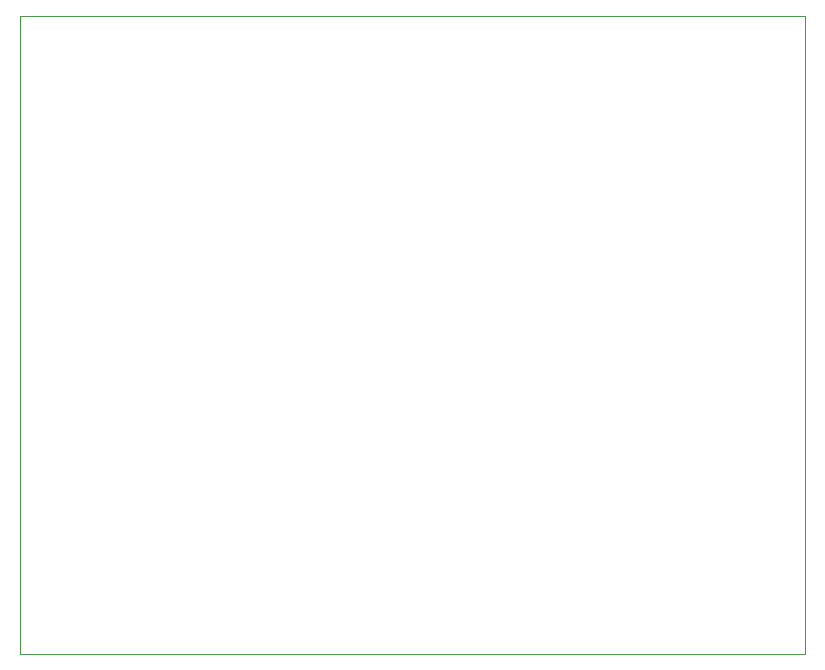
<source format=gbr>
G04 #@! TF.GenerationSoftware,KiCad,Pcbnew,(6.0.0)*
G04 #@! TF.CreationDate,2022-09-19T18:58:25+02:00*
G04 #@! TF.ProjectId,td-io,74642d69-6f2e-46b6-9963-61645f706362,rev?*
G04 #@! TF.SameCoordinates,Original*
G04 #@! TF.FileFunction,Profile,NP*
%FSLAX46Y46*%
G04 Gerber Fmt 4.6, Leading zero omitted, Abs format (unit mm)*
G04 Created by KiCad (PCBNEW (6.0.0)) date 2022-09-19 18:58:25*
%MOMM*%
%LPD*%
G01*
G04 APERTURE LIST*
G04 #@! TA.AperFunction,Profile*
%ADD10C,0.050000*%
G04 #@! TD*
G04 APERTURE END LIST*
D10*
X234000000Y-44000000D02*
X234000000Y-98000000D01*
X234000000Y-98000000D02*
X167500000Y-98000000D01*
X167500000Y-44000000D02*
X234000000Y-44000000D01*
X167500000Y-98000000D02*
X167500000Y-44000000D01*
M02*

</source>
